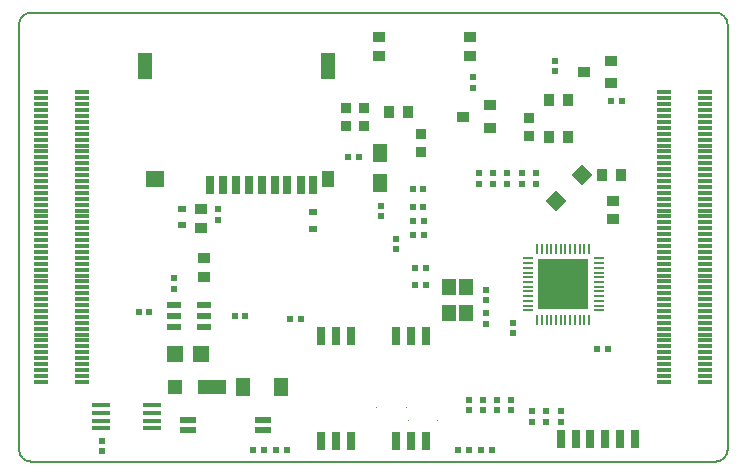
<source format=gtp>
%FSLAX44Y44*%
%MOMM*%
G71*
G01*
G75*
G04 Layer_Color=8421504*
%ADD10R,1.5000X0.4000*%
%ADD11R,0.6000X0.5000*%
%ADD12R,1.2000X1.6000*%
%ADD13R,0.5000X0.6000*%
%ADD14R,1.3970X1.3970*%
%ADD15R,1.2700X0.5080*%
%ADD16R,1.0160X0.8890*%
%ADD17R,0.8890X1.0160*%
%ADD18P,1.8385X4X90.0*%
%ADD19R,0.7000X0.6000*%
%ADD20R,1.4000X0.6000*%
%ADD21R,0.8000X1.6000*%
%ADD22R,1.2500X0.3000*%
%ADD23R,1.2000X1.4000*%
%ADD24R,1.2000X2.2000*%
%ADD25R,1.6000X1.4000*%
%ADD26R,1.1000X1.4000*%
%ADD27R,0.7000X1.6000*%
%ADD28R,1.0668X0.8128*%
G04:AMPARAMS|DCode=29|XSize=0.22mm|YSize=0.8mm|CornerRadius=0mm|HoleSize=0mm|Usage=FLASHONLY|Rotation=180.000|XOffset=0mm|YOffset=0mm|HoleType=Round|Shape=RoundedRectangle|*
%AMROUNDEDRECTD29*
21,1,0.2200,0.8000,0,0,180.0*
21,1,0.2200,0.8000,0,0,180.0*
1,1,0.0000,-0.1100,0.4000*
1,1,0.0000,0.1100,0.4000*
1,1,0.0000,0.1100,-0.4000*
1,1,0.0000,-0.1100,-0.4000*
%
%ADD29ROUNDEDRECTD29*%
%ADD30R,4.3000X4.3000*%
G04:AMPARAMS|DCode=31|XSize=0.22mm|YSize=0.8mm|CornerRadius=0mm|HoleSize=0mm|Usage=FLASHONLY|Rotation=270.000|XOffset=0mm|YOffset=0mm|HoleType=Round|Shape=RoundedRectangle|*
%AMROUNDEDRECTD31*
21,1,0.2200,0.8000,0,0,270.0*
21,1,0.2200,0.8000,0,0,270.0*
1,1,0.0000,-0.4000,-0.1100*
1,1,0.0000,-0.4000,0.1100*
1,1,0.0000,0.4000,0.1100*
1,1,0.0000,0.4000,-0.1100*
%
%ADD31ROUNDEDRECTD31*%
%ADD32R,0.8128X0.8128*%
%ADD33R,0.7600X1.5200*%
%ADD34R,1.2954X1.6002*%
%ADD35R,1.2000X1.2500*%
%ADD36R,2.4000X1.2500*%
%ADD37C,0.4000*%
%ADD38C,0.2000*%
%ADD39C,0.1270*%
%ADD40C,0.2540*%
%ADD41C,0.6000*%
%ADD42C,0.3000*%
%ADD43R,1.3000X1.2000*%
%ADD44C,0.0254*%
%ADD45C,1.5240*%
%ADD46R,1.5240X1.5240*%
G04:AMPARAMS|DCode=47|XSize=4mm|YSize=4mm|CornerRadius=2mm|HoleSize=0mm|Usage=FLASHONLY|Rotation=0.000|XOffset=0mm|YOffset=0mm|HoleType=Round|Shape=RoundedRectangle|*
%AMROUNDEDRECTD47*
21,1,4.0000,0.0000,0,0,0.0*
21,1,0.0000,4.0000,0,0,0.0*
1,1,4.0000,0.0000,0.0000*
1,1,4.0000,0.0000,0.0000*
1,1,4.0000,0.0000,0.0000*
1,1,4.0000,0.0000,0.0000*
%
%ADD47ROUNDEDRECTD47*%
%ADD48C,0.5000*%
%ADD49C,4.4000*%
%ADD50C,3.6000*%
%ADD51C,0.8000*%
%ADD52R,0.7250X2.3500*%
%ADD53P,1.8385X4X180.0*%
%ADD54R,0.8128X0.8128*%
%ADD55R,1.1000X0.5000*%
%ADD56R,0.6000X0.3500*%
%ADD57R,0.3500X0.6000*%
%ADD58R,0.3500X1.0000*%
%ADD59R,2.1500X6.3000*%
G04:AMPARAMS|DCode=60|XSize=2mm|YSize=2mm|CornerRadius=0mm|HoleSize=0mm|Usage=FLASHONLY|Rotation=180.000|XOffset=0mm|YOffset=0mm|HoleType=Round|Shape=RoundedRectangle|*
%AMROUNDEDRECTD60*
21,1,2.0000,2.0000,0,0,180.0*
21,1,2.0000,2.0000,0,0,180.0*
1,1,0.0000,-1.0000,1.0000*
1,1,0.0000,1.0000,1.0000*
1,1,0.0000,1.0000,-1.0000*
1,1,0.0000,-1.0000,-1.0000*
%
%ADD60ROUNDEDRECTD60*%
%ADD61R,1.3970X1.3970*%
%ADD62R,1.6000X2.2000*%
%ADD63R,2.1000X3.0000*%
%ADD64R,0.8000X2.1000*%
%ADD65R,1.0000X1.5000*%
%ADD66R,1.5000X0.8000*%
%ADD67R,0.7500X0.2000*%
%ADD68R,0.2000X0.7500*%
%ADD69R,0.5000X1.1000*%
%ADD70R,2.0320X0.6096*%
%ADD71O,2.0320X0.6096*%
%ADD72R,1.6000X1.2000*%
%ADD73C,0.8000*%
%ADD74R,1.9250X2.3500*%
%ADD75C,4.0000*%
%ADD76C,0.1200*%
%ADD77C,0.1250*%
%ADD78C,0.1524*%
%ADD79C,0.2032*%
%ADD80C,0.1000*%
D10*
X-230500Y-162000D02*
D03*
Y-155500D02*
D03*
Y-149000D02*
D03*
Y-142500D02*
D03*
X-187500D02*
D03*
Y-149000D02*
D03*
Y-155500D02*
D03*
Y-162000D02*
D03*
D11*
X-169000Y-34500D02*
D03*
Y-43500D02*
D03*
X18892Y-10367D02*
D03*
Y-1367D02*
D03*
X125730Y54230D02*
D03*
Y45230D02*
D03*
X89482D02*
D03*
Y54230D02*
D03*
X118356Y-72500D02*
D03*
Y-81500D02*
D03*
X101424Y45230D02*
D03*
Y54230D02*
D03*
X113444Y45230D02*
D03*
Y54230D02*
D03*
X95130Y-64621D02*
D03*
Y-73621D02*
D03*
X95049Y-53566D02*
D03*
Y-44566D02*
D03*
X137797Y45230D02*
D03*
Y54230D02*
D03*
X-230000Y-181500D02*
D03*
Y-172500D02*
D03*
X-131268Y23606D02*
D03*
Y14606D02*
D03*
X6172Y26490D02*
D03*
Y17490D02*
D03*
X146440Y-156310D02*
D03*
Y-147310D02*
D03*
X134440Y-156310D02*
D03*
Y-147310D02*
D03*
X158610Y-156310D02*
D03*
Y-147310D02*
D03*
X84000Y135500D02*
D03*
Y126500D02*
D03*
X154000Y149500D02*
D03*
Y140500D02*
D03*
X81000Y-137500D02*
D03*
Y-146500D02*
D03*
X93000Y-137500D02*
D03*
Y-146500D02*
D03*
X105000Y-137500D02*
D03*
Y-146500D02*
D03*
X117000Y-137500D02*
D03*
Y-146500D02*
D03*
D12*
X-78000Y-127000D02*
D03*
X-110000D02*
D03*
D13*
X-117500Y-67000D02*
D03*
X-108500D02*
D03*
X-198500Y-63000D02*
D03*
X-189500D02*
D03*
X-61500Y-69000D02*
D03*
X-70500D02*
D03*
X-12208Y67728D02*
D03*
X-21208D02*
D03*
X35568Y-25812D02*
D03*
X44568D02*
D03*
X42551Y1418D02*
D03*
X33551D02*
D03*
X80953Y-180474D02*
D03*
X71953D02*
D03*
X91500D02*
D03*
X100500D02*
D03*
X-82053D02*
D03*
X-73053D02*
D03*
X-92600D02*
D03*
X-101600D02*
D03*
X198500Y-95000D02*
D03*
X189500D02*
D03*
X201500Y115000D02*
D03*
X210500D02*
D03*
X42551Y13662D02*
D03*
X33551D02*
D03*
X42403Y25493D02*
D03*
X33403D02*
D03*
X33500Y41000D02*
D03*
X42500D02*
D03*
X35568Y-40517D02*
D03*
X44568D02*
D03*
D14*
X-167795Y-99000D02*
D03*
X-146205D02*
D03*
D15*
X-169000Y-57500D02*
D03*
Y-67000D02*
D03*
Y-76500D02*
D03*
X-143000D02*
D03*
Y-67000D02*
D03*
Y-57500D02*
D03*
D16*
X203000Y14999D02*
D03*
Y31001D02*
D03*
X-146000Y7999D02*
D03*
Y24001D02*
D03*
X81730Y153499D02*
D03*
Y169501D02*
D03*
X5000Y153499D02*
D03*
Y169501D02*
D03*
X-143000Y-17999D02*
D03*
Y-34001D02*
D03*
D17*
X148999Y85000D02*
D03*
X165001D02*
D03*
X193999Y53000D02*
D03*
X210001D02*
D03*
X12999Y106000D02*
D03*
X29001D02*
D03*
X148999Y116000D02*
D03*
X165001D02*
D03*
D18*
X155000Y31000D02*
D03*
X177000Y53000D02*
D03*
D19*
X-162000Y24100D02*
D03*
Y9900D02*
D03*
X-51000Y6900D02*
D03*
Y21100D02*
D03*
D20*
X-156500Y-163200D02*
D03*
X-93500D02*
D03*
Y-154800D02*
D03*
X-156500D02*
D03*
D21*
X221250Y-171000D02*
D03*
X208750D02*
D03*
X196250D02*
D03*
X183750D02*
D03*
X171250D02*
D03*
X158750D02*
D03*
D22*
X246450Y122500D02*
D03*
X280950D02*
D03*
X246450Y117500D02*
D03*
X280950D02*
D03*
Y112500D02*
D03*
X246450D02*
D03*
X280950Y42500D02*
D03*
X246450D02*
D03*
X280950Y47500D02*
D03*
X246450D02*
D03*
X280950Y52500D02*
D03*
X246450D02*
D03*
X280950Y57500D02*
D03*
X246450D02*
D03*
X280950Y62500D02*
D03*
X246450D02*
D03*
X280950Y67500D02*
D03*
X246450D02*
D03*
Y107500D02*
D03*
X280950D02*
D03*
X246450Y102500D02*
D03*
X280950D02*
D03*
X246450Y97500D02*
D03*
X280950D02*
D03*
X246450Y92500D02*
D03*
X280950D02*
D03*
X246450Y87500D02*
D03*
X280950D02*
D03*
X246450Y82500D02*
D03*
X280950D02*
D03*
X246450Y77500D02*
D03*
X280950D02*
D03*
Y72500D02*
D03*
X246450D02*
D03*
Y-77500D02*
D03*
X280950D02*
D03*
Y-72500D02*
D03*
X246450D02*
D03*
X280950Y-67500D02*
D03*
X246450D02*
D03*
X280950Y-62500D02*
D03*
X246450D02*
D03*
X280950Y-57500D02*
D03*
X246450D02*
D03*
X280950Y-52500D02*
D03*
X246450D02*
D03*
X280950Y-47500D02*
D03*
X246450D02*
D03*
X280950Y-42500D02*
D03*
X246450D02*
D03*
Y-82500D02*
D03*
X280950D02*
D03*
X246450Y-87500D02*
D03*
X280950D02*
D03*
X246450Y-92500D02*
D03*
X280950D02*
D03*
X246450Y-97500D02*
D03*
X280950D02*
D03*
X246450Y-102500D02*
D03*
X280950D02*
D03*
X246450Y-107500D02*
D03*
X280950D02*
D03*
X246450Y-112500D02*
D03*
X280950D02*
D03*
Y-117500D02*
D03*
X246450D02*
D03*
X280950Y-122500D02*
D03*
X246450D02*
D03*
Y-37500D02*
D03*
X280950D02*
D03*
Y-32500D02*
D03*
X246450D02*
D03*
X280950Y-27500D02*
D03*
X246450D02*
D03*
X280950Y-22500D02*
D03*
X246450D02*
D03*
X280950Y-17500D02*
D03*
X246450D02*
D03*
X280950Y-12500D02*
D03*
X246450D02*
D03*
X280950Y-7500D02*
D03*
X246450D02*
D03*
X280950Y-2500D02*
D03*
X246450D02*
D03*
Y37500D02*
D03*
X280950D02*
D03*
X246450Y32500D02*
D03*
X280950D02*
D03*
X246450Y27500D02*
D03*
X280950D02*
D03*
X246450Y22500D02*
D03*
X280950D02*
D03*
X246450Y17500D02*
D03*
X280950D02*
D03*
X246450Y12500D02*
D03*
X280950D02*
D03*
X246450Y7500D02*
D03*
X280950D02*
D03*
Y2500D02*
D03*
X246450D02*
D03*
X-280950Y2500D02*
D03*
Y7500D02*
D03*
Y12500D02*
D03*
Y17500D02*
D03*
Y22500D02*
D03*
Y27500D02*
D03*
Y32500D02*
D03*
Y37500D02*
D03*
Y-2500D02*
D03*
Y-7500D02*
D03*
Y-12500D02*
D03*
Y-17500D02*
D03*
Y-22500D02*
D03*
Y-27500D02*
D03*
Y-32500D02*
D03*
Y-37500D02*
D03*
Y-122500D02*
D03*
Y-117500D02*
D03*
Y-112500D02*
D03*
Y-107500D02*
D03*
Y-102500D02*
D03*
Y-97500D02*
D03*
Y-92500D02*
D03*
Y-87500D02*
D03*
Y-82500D02*
D03*
Y-42500D02*
D03*
Y-47500D02*
D03*
Y-52500D02*
D03*
Y-57500D02*
D03*
Y-62500D02*
D03*
Y-67500D02*
D03*
Y-72500D02*
D03*
Y-77500D02*
D03*
Y72500D02*
D03*
Y77500D02*
D03*
Y82500D02*
D03*
Y87500D02*
D03*
Y92500D02*
D03*
Y97500D02*
D03*
Y102500D02*
D03*
Y107500D02*
D03*
Y67500D02*
D03*
Y62500D02*
D03*
Y57500D02*
D03*
Y52500D02*
D03*
Y47500D02*
D03*
Y42500D02*
D03*
Y112500D02*
D03*
Y117500D02*
D03*
Y122500D02*
D03*
X-246450D02*
D03*
Y117500D02*
D03*
Y112500D02*
D03*
Y42500D02*
D03*
Y47500D02*
D03*
Y52500D02*
D03*
Y57500D02*
D03*
Y62500D02*
D03*
Y67500D02*
D03*
Y107500D02*
D03*
Y102500D02*
D03*
Y97500D02*
D03*
Y92500D02*
D03*
Y87500D02*
D03*
Y82500D02*
D03*
Y77500D02*
D03*
Y72500D02*
D03*
Y-77500D02*
D03*
Y-72500D02*
D03*
Y-67500D02*
D03*
Y-62500D02*
D03*
Y-57500D02*
D03*
Y-52500D02*
D03*
Y-47500D02*
D03*
Y-42500D02*
D03*
Y-82500D02*
D03*
Y-87500D02*
D03*
Y-92500D02*
D03*
Y-97500D02*
D03*
Y-102500D02*
D03*
Y-107500D02*
D03*
Y-112500D02*
D03*
Y-117500D02*
D03*
Y-122500D02*
D03*
Y-37500D02*
D03*
Y-32500D02*
D03*
Y-27500D02*
D03*
Y-22500D02*
D03*
Y-17500D02*
D03*
Y-12500D02*
D03*
Y-7500D02*
D03*
Y-2500D02*
D03*
Y37500D02*
D03*
Y32500D02*
D03*
Y27500D02*
D03*
Y22500D02*
D03*
Y17500D02*
D03*
Y12500D02*
D03*
Y7500D02*
D03*
Y2500D02*
D03*
D23*
X63736Y-42611D02*
D03*
Y-64612D02*
D03*
X78736D02*
D03*
Y-42611D02*
D03*
D24*
X-193626Y145198D02*
D03*
X-38539Y145201D02*
D03*
D25*
X-184616Y49201D02*
D03*
D26*
X-38596Y49111D02*
D03*
D27*
X-138659Y44118D02*
D03*
X-127606D02*
D03*
X-116646D02*
D03*
X-105630D02*
D03*
X-94590D02*
D03*
X-83623D02*
D03*
X-72656D02*
D03*
X-61606D02*
D03*
X-50653D02*
D03*
D28*
X98544Y92411D02*
D03*
Y111487D02*
D03*
X75608Y101949D02*
D03*
X201544Y130412D02*
D03*
Y149487D02*
D03*
X178608Y139949D02*
D03*
D29*
X162678Y-70000D02*
D03*
X158678D02*
D03*
X154678D02*
D03*
X150678D02*
D03*
X146678D02*
D03*
X142678D02*
D03*
X138678D02*
D03*
X166678D02*
D03*
X170678D02*
D03*
X174678D02*
D03*
X178678D02*
D03*
X182678D02*
D03*
X142678Y-10000D02*
D03*
X138678D02*
D03*
X146678D02*
D03*
X150678D02*
D03*
X182678D02*
D03*
X178678D02*
D03*
X174678D02*
D03*
X170678D02*
D03*
X166678D02*
D03*
X154678D02*
D03*
X158678D02*
D03*
X162678D02*
D03*
D30*
X160678Y-40000D02*
D03*
D31*
X190678Y-42000D02*
D03*
Y-38000D02*
D03*
Y-34000D02*
D03*
Y-46000D02*
D03*
Y-50000D02*
D03*
Y-54000D02*
D03*
Y-58000D02*
D03*
Y-62000D02*
D03*
Y-30000D02*
D03*
Y-26000D02*
D03*
Y-18000D02*
D03*
Y-22000D02*
D03*
X130678Y-58000D02*
D03*
Y-62000D02*
D03*
Y-54000D02*
D03*
Y-50000D02*
D03*
Y-18000D02*
D03*
Y-22000D02*
D03*
Y-26000D02*
D03*
Y-30000D02*
D03*
Y-34000D02*
D03*
Y-46000D02*
D03*
Y-42000D02*
D03*
Y-38000D02*
D03*
D32*
X40000Y72380D02*
D03*
Y87620D02*
D03*
X-23000Y109620D02*
D03*
Y94380D02*
D03*
X-8000Y109620D02*
D03*
Y94380D02*
D03*
X132000Y85380D02*
D03*
Y100620D02*
D03*
D33*
X44520Y-172450D02*
D03*
X31820D02*
D03*
X19120D02*
D03*
X-18980D02*
D03*
X-31680D02*
D03*
X-44380D02*
D03*
X-44520Y-83550D02*
D03*
X-31820D02*
D03*
X-19120D02*
D03*
X18980D02*
D03*
X31680D02*
D03*
X44363D02*
D03*
D34*
X5811Y45667D02*
D03*
Y71067D02*
D03*
D35*
X-167500Y-126717D02*
D03*
D36*
X-136750D02*
D03*
D38*
X-290000Y190000D02*
G03*
X-300000Y180000I0J-10000D01*
G01*
Y-180000D02*
G03*
X-290000Y-190000I10000J0D01*
G01*
X299941Y180000D02*
G03*
X289941Y190000I-10000J0D01*
G01*
Y-190000D02*
G03*
X299941Y-180000I0J10000D01*
G01*
X-290000Y190000D02*
X289941Y190000D01*
X-290000Y-190000D02*
X289941Y-190000D01*
X-300000Y-180000D02*
Y180000D01*
X300000Y-180000D02*
Y180000D01*
D44*
X28993Y-154584D02*
X29000D01*
X2493Y-143984D02*
X2500D01*
X27493D02*
X27500D01*
X53993Y-154584D02*
X54000D01*
M02*

</source>
